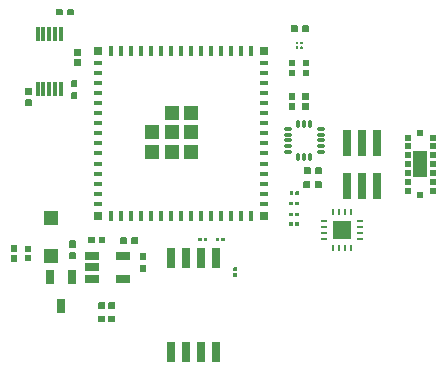
<source format=gtp>
G04 Layer: TopPasteMaskLayer*
G04 Panelize: , Column: 1, Row: 1, Board Size: 43.14mm x 33.02mm, Panelized Board Size: 43.14mm x 33.02mm*
G04 EasyEDA v6.5.37, 2023-11-04 14:50:19*
G04 5fb9839a784f4b4dba235304687c7bf2,9a4ed40c0dd746429eaf55b84663d2fb,10*
G04 Gerber Generator version 0.2*
G04 Scale: 100 percent, Rotated: No, Reflected: No *
G04 Dimensions in millimeters *
G04 leading zeros omitted , absolute positions ,4 integer and 5 decimal *
%FSLAX45Y45*%
%MOMM*%

%AMMACRO1*21,1,$1,$2,0,0,$3*%
%AMMACRO2*4,1,4,-0.2,0.4001,0.2,0.4001,0.2,-0.4001,-0.2,-0.4001,-0.2,0.4001,0*%
%AMMACRO3*4,1,4,-0.1999,0.4001,0.1999,0.4001,0.1999,-0.4001,-0.1999,-0.4001,-0.1999,0.4001,0*%
%ADD10R,1.1999X1.1999*%
%ADD11R,0.7000X1.2500*%
%ADD12MACRO1,0.6223X1.1049X-90.0000*%
%ADD13R,1.2000X1.2000*%
%ADD14R,0.6000X0.5000*%
%ADD15R,0.3000X1.3000*%
%ADD16R,0.2500X0.6000*%
%ADD17R,0.6000X0.2500*%
%ADD18R,1.5000X1.5000*%
%ADD19R,0.7112X1.7406*%
%ADD20O,0.7999984X0.2800096*%
%ADD21O,0.2800096X0.7999984*%
%ADD22R,0.8001X0.8001*%
%ADD23MACRO2*%
%ADD24MACRO3*%
%ADD25R,0.8001X0.4001*%
%ADD26R,0.7400X2.2000*%
%ADD27R,0.5000X0.5000*%
%ADD28R,1.2000X2.3160*%
%ADD29R,0.0122X2.3160*%

%LPD*%
G36*
X1218184Y255320D02*
G01*
X1215796Y252882D01*
X1215796Y225298D01*
X1218184Y222910D01*
X1244600Y222910D01*
X1246987Y225298D01*
X1246987Y252882D01*
X1244600Y255320D01*
G37*
G36*
X1265580Y255320D02*
G01*
X1263192Y252882D01*
X1263192Y225298D01*
X1265580Y222910D01*
X1291996Y222910D01*
X1294384Y225298D01*
X1294384Y252882D01*
X1291996Y255320D01*
G37*
G36*
X1217422Y334314D02*
G01*
X1215034Y331927D01*
X1215034Y304292D01*
X1217422Y301904D01*
X1243838Y301904D01*
X1246225Y304292D01*
X1246225Y331927D01*
X1243838Y334314D01*
G37*
G36*
X1264818Y334314D02*
G01*
X1262430Y331927D01*
X1262430Y304292D01*
X1264818Y301904D01*
X1291234Y301904D01*
X1293622Y304292D01*
X1293622Y331927D01*
X1291234Y334314D01*
G37*
G36*
X1216660Y427278D02*
G01*
X1214272Y424840D01*
X1214272Y397256D01*
X1216660Y394868D01*
X1243076Y394868D01*
X1245463Y397256D01*
X1245463Y424840D01*
X1243076Y427278D01*
G37*
G36*
X1264056Y427278D02*
G01*
X1261668Y424840D01*
X1261668Y397256D01*
X1264056Y394868D01*
X1290472Y394868D01*
X1292860Y397256D01*
X1292860Y424840D01*
X1290472Y427278D01*
G37*
G36*
X1219962Y513384D02*
G01*
X1217574Y510997D01*
X1217574Y483362D01*
X1219962Y480974D01*
X1246378Y480974D01*
X1248765Y483362D01*
X1248765Y510997D01*
X1246378Y513384D01*
G37*
G36*
X1267358Y513384D02*
G01*
X1264970Y510997D01*
X1264970Y483362D01*
X1267358Y480974D01*
X1293774Y480974D01*
X1296162Y483362D01*
X1296162Y510997D01*
X1293774Y513384D01*
G37*
G36*
X-1015390Y1390700D02*
G01*
X-1020368Y1385671D01*
X-1020368Y1337665D01*
X-1015390Y1330655D01*
X-970381Y1330655D01*
X-965403Y1337665D01*
X-965403Y1385671D01*
X-970381Y1390700D01*
G37*
G36*
X-1015390Y1294688D02*
G01*
X-1020368Y1287678D01*
X-1020368Y1239672D01*
X-1015390Y1234694D01*
X-970381Y1234694D01*
X-965403Y1239672D01*
X-965403Y1287678D01*
X-970381Y1294688D01*
G37*
G36*
X-396494Y127101D02*
G01*
X-400507Y123088D01*
X-400507Y77063D01*
X-396494Y73050D01*
X-346456Y73050D01*
X-342442Y77063D01*
X-342442Y123088D01*
X-346456Y127101D01*
G37*
G36*
X-481584Y127101D02*
G01*
X-485597Y123088D01*
X-485597Y77063D01*
X-481584Y73050D01*
X-431495Y73050D01*
X-427532Y77063D01*
X-427532Y123088D01*
X-431495Y127101D01*
G37*
G36*
X-1140866Y58623D02*
G01*
X-1144879Y54610D01*
X-1144879Y4572D01*
X-1140866Y558D01*
X-1094841Y558D01*
X-1090879Y4572D01*
X-1090879Y54610D01*
X-1094841Y58623D01*
G37*
G36*
X-1140866Y-26466D02*
G01*
X-1144879Y-30480D01*
X-1144879Y-80518D01*
X-1140866Y-84531D01*
X-1094841Y-84531D01*
X-1090879Y-80518D01*
X-1090879Y-30480D01*
X-1094841Y-26466D01*
G37*
G36*
X-213969Y127050D02*
G01*
X-218998Y122072D01*
X-218998Y77063D01*
X-213969Y72085D01*
X-165963Y72085D01*
X-158953Y77063D01*
X-158953Y122072D01*
X-165963Y127050D01*
G37*
G36*
X-115976Y127050D02*
G01*
X-122986Y122072D01*
X-122986Y77063D01*
X-115976Y72085D01*
X-67970Y72085D01*
X-62991Y77063D01*
X-62991Y122072D01*
X-67970Y127050D01*
G37*
G36*
X-314248Y-425348D02*
G01*
X-318211Y-429361D01*
X-318211Y-475386D01*
X-314248Y-479399D01*
X-264160Y-479399D01*
X-260146Y-475386D01*
X-260146Y-429361D01*
X-264160Y-425348D01*
G37*
G36*
X-399288Y-425348D02*
G01*
X-403301Y-429361D01*
X-403301Y-475386D01*
X-399288Y-479399D01*
X-349199Y-479399D01*
X-345236Y-475386D01*
X-345236Y-429361D01*
X-349199Y-425348D01*
G37*
G36*
X-401066Y-540664D02*
G01*
X-405079Y-544677D01*
X-405079Y-590702D01*
X-401066Y-594715D01*
X-351028Y-594715D01*
X-347014Y-590702D01*
X-347014Y-544677D01*
X-351028Y-540664D01*
G37*
G36*
X-315976Y-540664D02*
G01*
X-319989Y-544677D01*
X-319989Y-590702D01*
X-315976Y-594715D01*
X-265938Y-594715D01*
X-261924Y-590702D01*
X-261924Y-544677D01*
X-265938Y-540664D01*
G37*
G36*
X-641502Y97536D02*
G01*
X-646480Y92557D01*
X-646480Y44551D01*
X-641502Y37541D01*
X-596493Y37541D01*
X-591515Y44551D01*
X-591515Y92557D01*
X-596493Y97536D01*
G37*
G36*
X-641502Y1574D02*
G01*
X-646480Y-5435D01*
X-646480Y-53441D01*
X-641502Y-58419D01*
X-596493Y-58419D01*
X-591515Y-53441D01*
X-591515Y-5435D01*
X-596493Y1574D01*
G37*
G36*
X1327810Y1921459D02*
G01*
X1320800Y1916430D01*
X1320800Y1871421D01*
X1327810Y1866442D01*
X1375816Y1866442D01*
X1380794Y1871421D01*
X1380794Y1916430D01*
X1375816Y1921459D01*
G37*
G36*
X1229817Y1921459D02*
G01*
X1224838Y1916430D01*
X1224838Y1871421D01*
X1229817Y1866442D01*
X1277823Y1866442D01*
X1284833Y1871421D01*
X1284833Y1916430D01*
X1277823Y1921459D01*
G37*
G36*
X-47548Y-107696D02*
G01*
X-52578Y-114706D01*
X-52578Y-162712D01*
X-47548Y-167690D01*
X-2540Y-167690D01*
X2438Y-162712D01*
X2438Y-114706D01*
X-2540Y-107696D01*
G37*
G36*
X-47548Y-11684D02*
G01*
X-52578Y-16713D01*
X-52578Y-64719D01*
X-47548Y-71729D01*
X-2540Y-71729D01*
X2438Y-64719D01*
X2438Y-16713D01*
X-2540Y-11684D01*
G37*
G36*
X-629462Y1357376D02*
G01*
X-634492Y1350365D01*
X-634492Y1302359D01*
X-629462Y1297381D01*
X-584504Y1297381D01*
X-579475Y1302359D01*
X-579475Y1350365D01*
X-584504Y1357376D01*
G37*
G36*
X-629462Y1453388D02*
G01*
X-634492Y1448358D01*
X-634492Y1400352D01*
X-629462Y1393342D01*
X-584504Y1393342D01*
X-579475Y1400352D01*
X-579475Y1448358D01*
X-584504Y1453388D01*
G37*
G36*
X-601014Y1719478D02*
G01*
X-605028Y1715465D01*
X-605028Y1665427D01*
X-601014Y1661414D01*
X-555040Y1661414D01*
X-551027Y1665427D01*
X-551027Y1715465D01*
X-555040Y1719478D01*
G37*
G36*
X-601014Y1634388D02*
G01*
X-605028Y1630426D01*
X-605028Y1580337D01*
X-601014Y1576324D01*
X-555040Y1576324D01*
X-551027Y1580337D01*
X-551027Y1630426D01*
X-555040Y1634388D01*
G37*
G36*
X1340104Y717042D02*
G01*
X1335074Y712063D01*
X1335074Y667054D01*
X1340104Y662076D01*
X1388059Y662076D01*
X1395069Y667054D01*
X1395069Y712063D01*
X1388059Y717042D01*
G37*
G36*
X1438097Y717042D02*
G01*
X1431086Y712063D01*
X1431086Y667054D01*
X1438097Y662076D01*
X1486103Y662076D01*
X1491081Y667054D01*
X1491081Y712063D01*
X1486103Y717042D01*
G37*
G36*
X1212291Y1262329D02*
G01*
X1208278Y1258316D01*
X1208278Y1208278D01*
X1212291Y1204264D01*
X1258265Y1204264D01*
X1262278Y1208278D01*
X1262278Y1258316D01*
X1258265Y1262329D01*
G37*
G36*
X1212291Y1347419D02*
G01*
X1208278Y1343406D01*
X1208278Y1293317D01*
X1212291Y1289354D01*
X1258265Y1289354D01*
X1262278Y1293317D01*
X1262278Y1343406D01*
X1258265Y1347419D01*
G37*
G36*
X1329385Y1263599D02*
G01*
X1325372Y1259586D01*
X1325372Y1209548D01*
X1329385Y1205534D01*
X1375359Y1205534D01*
X1379372Y1209548D01*
X1379372Y1259586D01*
X1375359Y1263599D01*
G37*
G36*
X1329385Y1348689D02*
G01*
X1325372Y1344676D01*
X1325372Y1294587D01*
X1329385Y1290624D01*
X1375359Y1290624D01*
X1379372Y1294587D01*
X1379372Y1344676D01*
X1375359Y1348689D01*
G37*
G36*
X1338072Y599948D02*
G01*
X1333042Y594969D01*
X1333042Y549960D01*
X1338072Y544982D01*
X1386027Y544982D01*
X1393037Y549960D01*
X1393037Y594969D01*
X1386027Y599948D01*
G37*
G36*
X1436065Y599948D02*
G01*
X1429054Y594969D01*
X1429054Y549960D01*
X1436065Y544982D01*
X1484071Y544982D01*
X1489049Y549960D01*
X1489049Y594969D01*
X1484071Y599948D01*
G37*
G36*
X744118Y-176479D02*
G01*
X741730Y-178917D01*
X741730Y-205333D01*
X744118Y-207721D01*
X771753Y-207721D01*
X774141Y-205333D01*
X774141Y-178917D01*
X771753Y-176479D01*
G37*
G36*
X744118Y-129082D02*
G01*
X741730Y-131470D01*
X741730Y-157886D01*
X744118Y-160324D01*
X771753Y-160324D01*
X774141Y-157886D01*
X774141Y-131470D01*
X771753Y-129082D01*
G37*
G36*
X594258Y122885D02*
G01*
X591870Y120497D01*
X591870Y92862D01*
X594258Y90474D01*
X620674Y90474D01*
X623112Y92862D01*
X623112Y120497D01*
X620674Y122885D01*
G37*
G36*
X641705Y122885D02*
G01*
X639267Y120497D01*
X639267Y92862D01*
X641705Y90474D01*
X668121Y90474D01*
X670509Y92862D01*
X670509Y120497D01*
X668121Y122885D01*
G37*
G36*
X493115Y122123D02*
G01*
X490677Y119735D01*
X490677Y92100D01*
X493115Y89712D01*
X519531Y89712D01*
X521919Y92100D01*
X521919Y119735D01*
X519531Y122123D01*
G37*
G36*
X445668Y122123D02*
G01*
X443280Y119735D01*
X443280Y92100D01*
X445668Y89712D01*
X472084Y89712D01*
X474522Y92100D01*
X474522Y119735D01*
X472084Y122123D01*
G37*
G36*
X1310284Y1781556D02*
G01*
X1308252Y1779524D01*
X1308252Y1763522D01*
X1310284Y1761540D01*
X1326286Y1761540D01*
X1328267Y1763522D01*
X1328267Y1779524D01*
X1326286Y1781556D01*
G37*
G36*
X1310284Y1741525D02*
G01*
X1308252Y1739544D01*
X1308252Y1723542D01*
X1310284Y1721561D01*
X1326286Y1721561D01*
X1328267Y1723542D01*
X1328267Y1739544D01*
X1326286Y1741525D01*
G37*
G36*
X1270254Y1781556D02*
G01*
X1268272Y1779524D01*
X1268272Y1763522D01*
X1270254Y1761540D01*
X1286256Y1761540D01*
X1288288Y1763522D01*
X1288288Y1779524D01*
X1286256Y1781556D01*
G37*
G36*
X1270254Y1741525D02*
G01*
X1268272Y1739544D01*
X1268272Y1723542D01*
X1270254Y1721561D01*
X1286256Y1721561D01*
X1288288Y1723542D01*
X1288288Y1739544D01*
X1286256Y1741525D01*
G37*
G36*
X1213561Y1544726D02*
G01*
X1209548Y1540764D01*
X1209548Y1490675D01*
X1213561Y1486662D01*
X1259535Y1486662D01*
X1263548Y1490675D01*
X1263548Y1540764D01*
X1259535Y1544726D01*
G37*
G36*
X1213561Y1629816D02*
G01*
X1209548Y1625803D01*
X1209548Y1575765D01*
X1213561Y1571752D01*
X1259535Y1571752D01*
X1263548Y1575765D01*
X1263548Y1625803D01*
X1259535Y1629816D01*
G37*
G36*
X1333449Y1544472D02*
G01*
X1329436Y1540510D01*
X1329436Y1490421D01*
X1333449Y1486408D01*
X1379423Y1486408D01*
X1383436Y1490421D01*
X1383436Y1540510D01*
X1379423Y1544472D01*
G37*
G36*
X1333449Y1629562D02*
G01*
X1329436Y1625549D01*
X1329436Y1575511D01*
X1333449Y1571498D01*
X1379423Y1571498D01*
X1383436Y1575511D01*
X1383436Y1625549D01*
X1379423Y1629562D01*
G37*
G36*
X-660704Y2057654D02*
G01*
X-667715Y2052675D01*
X-667715Y2007666D01*
X-660704Y2002688D01*
X-612698Y2002688D01*
X-607720Y2007666D01*
X-607720Y2052675D01*
X-612698Y2057654D01*
G37*
G36*
X-758698Y2057654D02*
G01*
X-763727Y2052675D01*
X-763727Y2007666D01*
X-758698Y2002688D01*
X-710692Y2002688D01*
X-703732Y2007666D01*
X-703732Y2052675D01*
X-710692Y2057654D01*
G37*
D10*
G01*
X52250Y1011953D03*
G01*
X52250Y846955D03*
G01*
X217248Y846955D03*
G01*
X382247Y846955D03*
G01*
X382247Y1011953D03*
G01*
X382247Y1176952D03*
G01*
X217248Y1176952D03*
G01*
X217248Y1011953D03*
D11*
G01*
X-720519Y-460662D03*
G01*
X-815515Y-210726D03*
G01*
X-625523Y-210726D03*
D12*
G01*
X-195879Y-225783D03*
G01*
X-195879Y-35834D03*
G01*
X-455884Y-35831D03*
G01*
X-455884Y-130746D03*
G01*
X-455881Y-225778D03*
D13*
G01*
X-801621Y289272D03*
G01*
X-801621Y-30716D03*
D14*
G01*
X-997963Y-52204D03*
G01*
X-997963Y27805D03*
D15*
G01*
X-916759Y1377104D03*
G01*
X-866772Y1377104D03*
G01*
X-816785Y1377104D03*
G01*
X-766772Y1377104D03*
G01*
X-716760Y1377104D03*
G01*
X-716785Y1847080D03*
G01*
X-766772Y1847080D03*
G01*
X-816759Y1847080D03*
G01*
X-866772Y1847080D03*
G01*
X-916785Y1847080D03*
D16*
G01*
X1587654Y35145D03*
G01*
X1637642Y35145D03*
G01*
X1687654Y35145D03*
G01*
X1737641Y35145D03*
D17*
G01*
X1812495Y110355D03*
G01*
X1812495Y160342D03*
G01*
X1812495Y210355D03*
G01*
X1812495Y260342D03*
D16*
G01*
X1737489Y335145D03*
G01*
X1687502Y335145D03*
G01*
X1637489Y335145D03*
G01*
X1587654Y335145D03*
D17*
G01*
X1512496Y260342D03*
G01*
X1512496Y210355D03*
G01*
X1512496Y160342D03*
G01*
X1512496Y110355D03*
D18*
G01*
X1662508Y185132D03*
D19*
G01*
X215648Y-845548D03*
G01*
X342648Y-845548D03*
G01*
X469648Y-845548D03*
G01*
X596648Y-845548D03*
G01*
X596648Y-46489D03*
G01*
X469648Y-46489D03*
G01*
X342648Y-46489D03*
G01*
X215648Y-46489D03*
D20*
G01*
X1481889Y844618D03*
G01*
X1481889Y894631D03*
G01*
X1481889Y944618D03*
G01*
X1481889Y994630D03*
G01*
X1481889Y1044618D03*
D21*
G01*
X1391871Y1084623D03*
G01*
X1341884Y1084623D03*
G01*
X1291871Y1084623D03*
D20*
G01*
X1201879Y1044618D03*
G01*
X1201879Y994630D03*
G01*
X1201879Y944618D03*
G01*
X1201879Y894631D03*
G01*
X1201879Y844618D03*
D21*
G01*
X1291871Y804638D03*
G01*
X1341884Y804638D03*
G01*
X1391871Y804638D03*
D22*
G01*
X-402993Y1704306D03*
D23*
G01*
X-298000Y1704319D03*
G01*
X-212986Y1704319D03*
G01*
X-127998Y1704319D03*
G01*
X-42984Y1704319D03*
G01*
X42003Y1704319D03*
D24*
G01*
X127005Y1704319D03*
D23*
G01*
X212006Y1704319D03*
G01*
X382008Y1704319D03*
D24*
G01*
X297007Y1704319D03*
G01*
X467009Y1704319D03*
D23*
G01*
X552010Y1704319D03*
G01*
X636998Y1704319D03*
G01*
X722012Y1704319D03*
G01*
X807001Y1704319D03*
G01*
X892014Y1704319D03*
D22*
G01*
X997003Y1704306D03*
D25*
G01*
X997003Y1599303D03*
G01*
X997003Y1514314D03*
G01*
X997003Y1429326D03*
G01*
X997003Y1344312D03*
G01*
X997003Y1259298D03*
G01*
X997003Y1174310D03*
G01*
X997003Y1089296D03*
G01*
X997003Y1004333D03*
G01*
X997003Y919319D03*
G01*
X997003Y834306D03*
G01*
X997003Y749317D03*
G01*
X997003Y664303D03*
G01*
X997003Y579315D03*
G01*
X997003Y494301D03*
G01*
X997003Y409313D03*
D22*
G01*
X997003Y304309D03*
D23*
G01*
X892014Y304322D03*
G01*
X807001Y304322D03*
G01*
X722012Y304322D03*
G01*
X636998Y304322D03*
G01*
X552010Y304322D03*
D24*
G01*
X467009Y304322D03*
D23*
G01*
X382008Y304322D03*
D24*
G01*
X297007Y304322D03*
D23*
G01*
X212006Y304322D03*
D24*
G01*
X127005Y304322D03*
D23*
G01*
X42003Y304322D03*
G01*
X-42984Y304322D03*
G01*
X-127998Y304322D03*
G01*
X-212986Y304322D03*
G01*
X-298000Y304322D03*
D22*
G01*
X-402993Y304309D03*
D25*
G01*
X-402993Y409313D03*
G01*
X-402993Y494301D03*
G01*
X-402993Y579315D03*
G01*
X-402993Y664303D03*
G01*
X-402993Y749317D03*
G01*
X-402993Y834306D03*
G01*
X-402993Y919319D03*
G01*
X-402993Y1004333D03*
G01*
X-402993Y1089296D03*
G01*
X-402993Y1174310D03*
G01*
X-402993Y1259298D03*
G01*
X-402993Y1344312D03*
G01*
X-402993Y1429326D03*
G01*
X-402993Y1599303D03*
G01*
X-402993Y1514314D03*
D26*
G01*
X1960882Y920666D03*
G01*
X1960882Y560671D03*
G01*
X1833882Y920666D03*
G01*
X1833882Y560671D03*
G01*
X1706882Y920666D03*
G01*
X1706882Y560671D03*
D27*
G01*
X2217473Y518965D03*
G01*
X2217473Y593971D03*
G01*
X2217473Y668952D03*
G01*
X2217473Y743958D03*
G01*
X2217473Y818964D03*
G01*
X2217473Y893970D03*
G01*
X2217473Y968951D03*
G01*
X2322476Y478960D03*
D28*
G01*
X2322476Y743958D03*
D27*
G01*
X2322476Y1008956D03*
G01*
X2427455Y518965D03*
G01*
X2427455Y593971D03*
G01*
X2427455Y668952D03*
G01*
X2427455Y743958D03*
G01*
X2427455Y818964D03*
G01*
X2427455Y893970D03*
G01*
X2427455Y968951D03*
M02*

</source>
